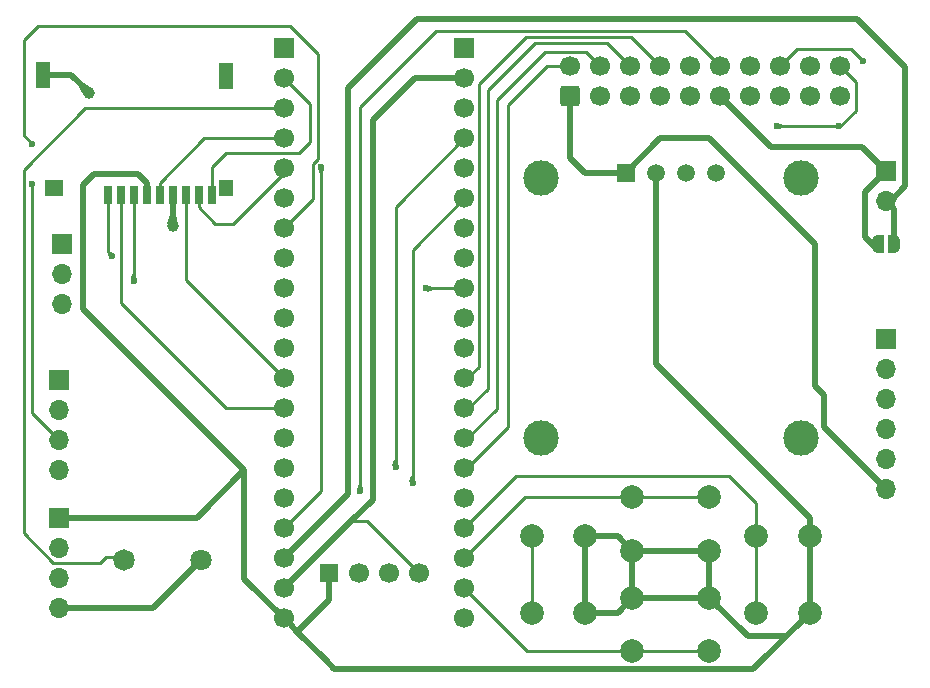
<source format=gbr>
%TF.GenerationSoftware,KiCad,Pcbnew,8.0.5*%
%TF.CreationDate,2024-12-10T05:31:14-08:00*%
%TF.ProjectId,sdiskII_stm32,73646973-6b49-4495-9f73-746d33322e6b,3*%
%TF.SameCoordinates,Original*%
%TF.FileFunction,Copper,L1,Top*%
%TF.FilePolarity,Positive*%
%FSLAX46Y46*%
G04 Gerber Fmt 4.6, Leading zero omitted, Abs format (unit mm)*
G04 Created by KiCad (PCBNEW 8.0.5) date 2024-12-10 05:31:14*
%MOMM*%
%LPD*%
G01*
G04 APERTURE LIST*
G04 Aperture macros list*
%AMRoundRect*
0 Rectangle with rounded corners*
0 $1 Rounding radius*
0 $2 $3 $4 $5 $6 $7 $8 $9 X,Y pos of 4 corners*
0 Add a 4 corners polygon primitive as box body*
4,1,4,$2,$3,$4,$5,$6,$7,$8,$9,$2,$3,0*
0 Add four circle primitives for the rounded corners*
1,1,$1+$1,$2,$3*
1,1,$1+$1,$4,$5*
1,1,$1+$1,$6,$7*
1,1,$1+$1,$8,$9*
0 Add four rect primitives between the rounded corners*
20,1,$1+$1,$2,$3,$4,$5,0*
20,1,$1+$1,$4,$5,$6,$7,0*
20,1,$1+$1,$6,$7,$8,$9,0*
20,1,$1+$1,$8,$9,$2,$3,0*%
%AMFreePoly0*
4,1,19,0.500000,-0.750000,0.000000,-0.750000,0.000000,-0.744911,-0.071157,-0.744911,-0.207708,-0.704816,-0.327430,-0.627875,-0.420627,-0.520320,-0.479746,-0.390866,-0.500000,-0.250000,-0.500000,0.250000,-0.479746,0.390866,-0.420627,0.520320,-0.327430,0.627875,-0.207708,0.704816,-0.071157,0.744911,0.000000,0.744911,0.000000,0.750000,0.500000,0.750000,0.500000,-0.750000,0.500000,-0.750000,
$1*%
%AMFreePoly1*
4,1,19,0.000000,0.744911,0.071157,0.744911,0.207708,0.704816,0.327430,0.627875,0.420627,0.520320,0.479746,0.390866,0.500000,0.250000,0.500000,-0.250000,0.479746,-0.390866,0.420627,-0.520320,0.327430,-0.627875,0.207708,-0.704816,0.071157,-0.744911,0.000000,-0.744911,0.000000,-0.750000,-0.500000,-0.750000,-0.500000,0.750000,0.000000,0.750000,0.000000,0.744911,0.000000,0.744911,
$1*%
G04 Aperture macros list end*
%TA.AperFunction,ComponentPad*%
%ADD10RoundRect,0.250000X0.600000X-0.600000X0.600000X0.600000X-0.600000X0.600000X-0.600000X-0.600000X0*%
%TD*%
%TA.AperFunction,ComponentPad*%
%ADD11C,1.700000*%
%TD*%
%TA.AperFunction,ComponentPad*%
%ADD12R,1.700000X1.700000*%
%TD*%
%TA.AperFunction,ComponentPad*%
%ADD13O,1.700000X1.700000*%
%TD*%
%TA.AperFunction,ComponentPad*%
%ADD14C,2.000000*%
%TD*%
%TA.AperFunction,ComponentPad*%
%ADD15C,1.824000*%
%TD*%
%TA.AperFunction,ComponentPad*%
%ADD16C,1.800000*%
%TD*%
%TA.AperFunction,ComponentPad*%
%ADD17R,1.524000X1.524000*%
%TD*%
%TA.AperFunction,SMDPad,CuDef*%
%ADD18FreePoly0,180.000000*%
%TD*%
%TA.AperFunction,SMDPad,CuDef*%
%ADD19FreePoly1,180.000000*%
%TD*%
%TA.AperFunction,ComponentPad*%
%ADD20R,1.508000X1.508000*%
%TD*%
%TA.AperFunction,ComponentPad*%
%ADD21C,1.508000*%
%TD*%
%TA.AperFunction,ComponentPad*%
%ADD22C,3.000000*%
%TD*%
%TA.AperFunction,SMDPad,CuDef*%
%ADD23R,1.600000X1.400000*%
%TD*%
%TA.AperFunction,SMDPad,CuDef*%
%ADD24R,1.200000X2.200000*%
%TD*%
%TA.AperFunction,SMDPad,CuDef*%
%ADD25R,0.700000X1.600000*%
%TD*%
%TA.AperFunction,SMDPad,CuDef*%
%ADD26R,1.200000X1.400000*%
%TD*%
%TA.AperFunction,ViaPad*%
%ADD27C,0.600000*%
%TD*%
%TA.AperFunction,ViaPad*%
%ADD28C,1.000000*%
%TD*%
%TA.AperFunction,Conductor*%
%ADD29C,0.250000*%
%TD*%
%TA.AperFunction,Conductor*%
%ADD30C,0.500000*%
%TD*%
G04 APERTURE END LIST*
D10*
%TO.P,J2,1,Pin_1*%
%TO.N,GND*%
X178290000Y-92490000D03*
D11*
%TO.P,J2,2,Pin_2*%
%TO.N,STEP0*%
X178290000Y-89950000D03*
%TO.P,J2,3,Pin_3*%
%TO.N,GND*%
X180830000Y-92490000D03*
%TO.P,J2,4,Pin_4*%
%TO.N,STEP1*%
X180830000Y-89950000D03*
%TO.P,J2,5,Pin_5*%
%TO.N,GND*%
X183370000Y-92490000D03*
%TO.P,J2,6,Pin_6*%
%TO.N,STEP2*%
X183370000Y-89950000D03*
%TO.P,J2,7,Pin_7*%
%TO.N,3.5DSK*%
X185910000Y-92490000D03*
%TO.P,J2,8,Pin_8*%
%TO.N,STEP3*%
X185910000Y-89950000D03*
%TO.P,J2,9,Pin_9*%
%TO.N,unconnected-(J2-Pin_9-Pad9)*%
X188450000Y-92490000D03*
%TO.P,J2,10,Pin_10*%
%TO.N,WR_REQ*%
X188450000Y-89950000D03*
%TO.P,J2,11,Pin_11*%
%TO.N,VCC*%
X190990000Y-92490000D03*
%TO.P,J2,12,Pin_12*%
%TO.N,SELECT*%
X190990000Y-89950000D03*
%TO.P,J2,13,Pin_13*%
%TO.N,unconnected-(J2-Pin_13-Pad13)*%
X193530000Y-92490000D03*
%TO.P,J2,14,Pin_14*%
%TO.N,DEVICE_ENABLE*%
X193530000Y-89950000D03*
%TO.P,J2,15,Pin_15*%
%TO.N,unconnected-(J2-Pin_15-Pad15)*%
X196070000Y-92490000D03*
%TO.P,J2,16,Pin_16*%
%TO.N,RD_DATA*%
X196070000Y-89950000D03*
%TO.P,J2,17,Pin_17*%
%TO.N,unconnected-(J2-Pin_17-Pad17)*%
X198610000Y-92490000D03*
%TO.P,J2,18,Pin_18*%
%TO.N,WR_DATA*%
X198610000Y-89950000D03*
%TO.P,J2,19,Pin_19*%
%TO.N,unconnected-(J2-Pin_19-Pad19)*%
X201150000Y-92490000D03*
%TO.P,J2,20,Pin_20*%
%TO.N,WR_PROTECT*%
X201150000Y-89950000D03*
%TD*%
D12*
%TO.P,J3,1,Pin_1*%
%TO.N,RD_DATA*%
X205000000Y-113050000D03*
D13*
%TO.P,J3,2,Pin_2*%
%TO.N,WR_REQ*%
X205000000Y-115590000D03*
%TO.P,J3,3,Pin_3*%
%TO.N,DEVICE_ENABLE*%
X205000000Y-118130000D03*
%TO.P,J3,4,Pin_4*%
%TO.N,WR_PROTECT*%
X205000000Y-120670000D03*
%TO.P,J3,5,Pin_5*%
%TO.N,WR_DATA*%
X205000000Y-123210000D03*
%TO.P,J3,6,Pin_6*%
%TO.N,GND*%
X205000000Y-125750000D03*
%TD*%
D14*
%TO.P,UP1,1,1*%
%TO.N,+3.3V*%
X190040000Y-130950000D03*
X183540000Y-130950000D03*
%TO.P,UP1,2,2*%
%TO.N,BTN_UP*%
X190040000Y-126450000D03*
X183540000Y-126450000D03*
%TD*%
D12*
%TO.P,DEBUG,1,Pin_1*%
%TO.N,TIM2_CH3*%
X135000000Y-116500000D03*
D13*
%TO.P,DEBUG,2,Pin_2*%
%TO.N,TIM3_CH4*%
X135000000Y-119040000D03*
%TO.P,DEBUG,3,Pin_3*%
%TO.N,DEBUG*%
X135000000Y-121580000D03*
%TO.P,DEBUG,4,Pin_4*%
%TO.N,GND*%
X135000000Y-124120000D03*
%TD*%
D15*
%TO.P,BZ1,1,+*%
%TO.N,TIM1_CH2N*%
X140500000Y-131750000D03*
D16*
%TO.P,BZ1,2,-*%
%TO.N,GND*%
X147000000Y-131750000D03*
%TD*%
D12*
%TO.P,J4,1,Pin_1*%
%TO.N,USART1_TX*%
X135240000Y-104975000D03*
D13*
%TO.P,J4,2,Pin_2*%
%TO.N,USART1_RX*%
X135240000Y-107515000D03*
%TO.P,J4,3,Pin_3*%
%TO.N,GND*%
X135240000Y-110055000D03*
%TD*%
D12*
%TO.P,\u03BCC1,1,B12*%
%TO.N,BTN_RET*%
X154050000Y-88440000D03*
D11*
%TO.P,\u03BCC1,2,B13*%
%TO.N,SD_EJECT*%
X154050000Y-90980000D03*
%TO.P,\u03BCC1,3,B14*%
%TO.N,TIM1_CH2N*%
X154050000Y-93520000D03*
%TO.P,\u03BCC1,4,B15*%
%TO.N,SDIO_CK*%
X154050000Y-96060000D03*
%TO.P,\u03BCC1,5,A8*%
%TO.N,SDIO_D1*%
X154050000Y-98600000D03*
%TO.P,\u03BCC1,6,A9*%
%TO.N,SDIO_D2*%
X154050000Y-101140000D03*
%TO.P,\u03BCC1,7,A10*%
%TO.N,DEBUG*%
X154050000Y-103680000D03*
%TO.P,\u03BCC1,8,A11*%
%TO.N,3.5DSK*%
X154050000Y-106220000D03*
%TO.P,\u03BCC1,9,A12*%
%TO.N,unconnected-(\u03BCC1-A12-Pad9)*%
X154050000Y-108760000D03*
%TO.P,\u03BCC1,10,A15*%
%TO.N,USART1_TX*%
X154050000Y-111300000D03*
%TO.P,\u03BCC1,11,B3*%
%TO.N,USART1_RX*%
X154050000Y-113840000D03*
%TO.P,\u03BCC1,12,B4*%
%TO.N,SDIO_DO*%
X154050000Y-116380000D03*
%TO.P,\u03BCC1,13,B5*%
%TO.N,SDIO_D3*%
X154050000Y-118920000D03*
%TO.P,\u03BCC1,14,B6*%
%TO.N,I2C_SCL*%
X154050000Y-121460000D03*
%TO.P,\u03BCC1,15,B7*%
%TO.N,I2C_SDA*%
X154050000Y-124000000D03*
%TO.P,\u03BCC1,16,B8*%
%TO.N,SELECT*%
X154050000Y-126540000D03*
%TO.P,\u03BCC1,17,B9*%
%TO.N,WR_REQ*%
X154050000Y-129080000D03*
%TO.P,\u03BCC1,18,5Vi*%
%TO.N,PWR_IN*%
X154050000Y-131620000D03*
%TO.P,\u03BCC1,19,GNDi*%
%TO.N,GND*%
X154050000Y-134160000D03*
%TO.P,\u03BCC1,20,3.3i*%
%TO.N,+3.3V*%
X154050000Y-136700000D03*
%TO.P,\u03BCC1,21,VB*%
%TO.N,unconnected-(\u03BCC1-VB-Pad21)*%
X169290000Y-136700000D03*
%TO.P,\u03BCC1,22,C13*%
%TO.N,BTN_DOWN*%
X169290000Y-134160000D03*
%TO.P,\u03BCC1,23,C14*%
%TO.N,BTN_UP*%
X169290000Y-131620000D03*
%TO.P,\u03BCC1,24,C15*%
%TO.N,BTN_ENTR*%
X169290000Y-129080000D03*
%TO.P,\u03BCC1,25,R*%
%TO.N,unconnected-(\u03BCC1-R-Pad25)*%
X169290000Y-126540000D03*
%TO.P,\u03BCC1,26,A0*%
%TO.N,STEP0*%
X169290000Y-124000000D03*
%TO.P,\u03BCC1,27,A1*%
%TO.N,STEP1*%
X169290000Y-121460000D03*
%TO.P,\u03BCC1,28,A2*%
%TO.N,STEP2*%
X169290000Y-118920000D03*
%TO.P,\u03BCC1,29,A3*%
%TO.N,STEP3*%
X169290000Y-116380000D03*
%TO.P,\u03BCC1,30,A4*%
%TO.N,DEVICE_ENABLE*%
X169290000Y-113840000D03*
%TO.P,\u03BCC1,31,A5*%
%TO.N,WR_DATA*%
X169290000Y-111300000D03*
%TO.P,\u03BCC1,32,A6*%
%TO.N,SDIO_CMD*%
X169290000Y-108760000D03*
%TO.P,\u03BCC1,33,A7*%
%TO.N,WR_DATA*%
X169290000Y-106220000D03*
%TO.P,\u03BCC1,34,B0*%
%TO.N,RD_DATA*%
X169290000Y-103680000D03*
%TO.P,\u03BCC1,35,B1*%
%TO.N,TIM3_CH4*%
X169290000Y-101140000D03*
%TO.P,\u03BCC1,36,B2*%
%TO.N,WR_PROTECT*%
X169290000Y-98600000D03*
%TO.P,\u03BCC1,37,B10*%
%TO.N,TIM2_CH3*%
X169290000Y-96060000D03*
%TO.P,\u03BCC1,38,3.3ii*%
%TO.N,unconnected-(\u03BCC1-3.3ii-Pad38)*%
X169290000Y-93520000D03*
%TO.P,\u03BCC1,39,GNDii*%
%TO.N,GND*%
X169290000Y-90980000D03*
D12*
%TO.P,\u03BCC1,40,5Vii*%
%TO.N,unconnected-(\u03BCC1-5Vii-Pad40)*%
X169290000Y-88440000D03*
D17*
%TO.P,\u03BCC1,41,3.3V*%
%TO.N,+3.3V*%
X157860000Y-132890000D03*
D11*
%TO.P,\u03BCC1,42,SDIO*%
%TO.N,SDIO*%
X160400000Y-132890000D03*
%TO.P,\u03BCC1,43,SCK*%
%TO.N,SCK*%
X162940000Y-132890000D03*
%TO.P,\u03BCC1,44,GND*%
%TO.N,GND*%
X165480000Y-132890000D03*
%TD*%
D18*
%TO.P,JP1,1,A*%
%TO.N,PWR_IN*%
X205650000Y-105000000D03*
D19*
%TO.P,JP1,2,B*%
%TO.N,VCC*%
X204350000Y-105000000D03*
%TD*%
D12*
%TO.P,J1,1,Pin_1*%
%TO.N,VCC*%
X205000000Y-98810000D03*
D13*
%TO.P,J1,2,Pin_2*%
%TO.N,PWR_IN*%
X205000000Y-101350000D03*
%TD*%
D14*
%TO.P,ENTR1,1,1*%
%TO.N,+3.3V*%
X198540000Y-129700000D03*
X198540000Y-136200000D03*
%TO.P,ENTR1,2,2*%
%TO.N,BTN_ENTR*%
X194040000Y-129700000D03*
X194040000Y-136200000D03*
%TD*%
D12*
%TO.P,J6,1,Pin_1*%
%TO.N,+3.3V*%
X135000000Y-128180000D03*
D13*
%TO.P,J6,2,Pin_2*%
%TO.N,SDIO*%
X135000000Y-130720000D03*
%TO.P,J6,3,Pin_3*%
%TO.N,SCK*%
X135000000Y-133260000D03*
%TO.P,J6,4,Pin_4*%
%TO.N,GND*%
X135000000Y-135800000D03*
%TD*%
D20*
%TO.P,U8,1,GND*%
%TO.N,GND*%
X182980000Y-98950000D03*
D21*
%TO.P,U8,2,VCC_IN*%
%TO.N,+3.3V*%
X185520000Y-98950000D03*
%TO.P,U8,3,SCL*%
%TO.N,I2C_SCL*%
X188060000Y-98950000D03*
%TO.P,U8,4,SDA*%
%TO.N,I2C_SDA*%
X190600000Y-98950000D03*
D22*
%TO.P,U8,S1*%
%TO.N,N/C*%
X175790000Y-99450000D03*
%TO.P,U8,S2*%
X197790000Y-99450000D03*
%TO.P,U8,S3*%
X197790000Y-121450000D03*
%TO.P,U8,S4*%
X175790000Y-121450000D03*
%TD*%
D23*
%TO.P,U2,*%
%TO.N,*%
X134540000Y-100250000D03*
D24*
X149140000Y-90750000D03*
D25*
%TO.P,U2,1,D2*%
%TO.N,SDIO_D2*%
X139140000Y-100850000D03*
%TO.P,U2,2,D3*%
%TO.N,SDIO_D3*%
X140240000Y-100850000D03*
%TO.P,U2,3,CMD*%
%TO.N,SDIO_CMD*%
X141340000Y-100850000D03*
%TO.P,U2,4,VDD*%
%TO.N,+3.3V*%
X142440000Y-100850000D03*
%TO.P,U2,5,SCLK*%
%TO.N,SDIO_CK*%
X143540000Y-100850000D03*
%TO.P,U2,6,GND*%
%TO.N,GND*%
X144640000Y-100850000D03*
%TO.P,U2,7,DO*%
%TO.N,SDIO_DO*%
X145740000Y-100850000D03*
%TO.P,U2,8,D1*%
%TO.N,SDIO_D1*%
X146840000Y-100850000D03*
%TO.P,U2,9,CD*%
%TO.N,SD_EJECT*%
X147940000Y-100850000D03*
D26*
%TO.P,U2,10,GND*%
%TO.N,GND*%
X149140000Y-100250000D03*
D24*
%TO.P,U2,~*%
%TO.N,N/C*%
X133640000Y-90650000D03*
%TD*%
D14*
%TO.P,RET1,1,1*%
%TO.N,+3.3V*%
X179540000Y-129700000D03*
X179540000Y-136200000D03*
%TO.P,RET1,2,2*%
%TO.N,BTN_RET*%
X175040000Y-129700000D03*
X175040000Y-136200000D03*
%TD*%
%TO.P,DOWN1,1,1*%
%TO.N,+3.3V*%
X183540000Y-134950000D03*
X190040000Y-134950000D03*
%TO.P,DOWN1,2,2*%
%TO.N,BTN_DOWN*%
X183540000Y-139450000D03*
X190040000Y-139450000D03*
%TD*%
D27*
%TO.N,SELECT*%
X160500000Y-125925000D03*
D28*
%TO.N,GND*%
X144640000Y-103500000D03*
X137540000Y-92250000D03*
D27*
%TO.N,WR_REQ*%
X157190000Y-98500000D03*
%TO.N,WR_PROTECT*%
X201000000Y-95025000D03*
X195750000Y-95025000D03*
%TO.N,RD_DATA*%
X203050000Y-89500000D03*
%TO.N,SDIO_CMD*%
X141340000Y-108100000D03*
X166040000Y-108760000D03*
%TO.N,SDIO_D2*%
X139490000Y-106050000D03*
%TO.N,DEBUG*%
X132750000Y-99900000D03*
X132750000Y-96500000D03*
%TO.N,TIM3_CH4*%
X164940000Y-125250000D03*
%TO.N,TIM2_CH3*%
X163490000Y-123900000D03*
%TD*%
D29*
%TO.N,DEBUG*%
X132750000Y-99900000D02*
X132750000Y-119330000D01*
X132750000Y-119330000D02*
X135000000Y-121580000D01*
%TO.N,SELECT*%
X160500000Y-125925000D02*
X160500000Y-93400000D01*
X166950000Y-86950000D02*
X187990000Y-86950000D01*
X187990000Y-86950000D02*
X190990000Y-89950000D01*
X160500000Y-93400000D02*
X166950000Y-86950000D01*
X160500000Y-125925000D02*
X160375000Y-125800000D01*
D30*
%TO.N,GND*%
X179550000Y-98950000D02*
X178300000Y-97700000D01*
X178290000Y-97090000D02*
X178290000Y-92490000D01*
X182980000Y-98950000D02*
X179550000Y-98950000D01*
X178300000Y-97700000D02*
X178300000Y-97100000D01*
X178300000Y-97100000D02*
X178290000Y-97090000D01*
D29*
X161075000Y-128485000D02*
X159725000Y-128485000D01*
D30*
X161540000Y-94526341D02*
X161540000Y-126670000D01*
X190020000Y-96020000D02*
X185910000Y-96020000D01*
D29*
X137540000Y-92250000D02*
X137540000Y-92150000D01*
D30*
X165116341Y-90950000D02*
X161540000Y-94526341D01*
X159725000Y-128485000D02*
X154050000Y-134160000D01*
X137540000Y-92150000D02*
X136040000Y-90650000D01*
X144640000Y-103500000D02*
X144640000Y-100850000D01*
X199750000Y-117750000D02*
X199000000Y-117000000D01*
X205000000Y-125750000D02*
X199750000Y-120500000D01*
X199750000Y-120500000D02*
X199750000Y-117750000D01*
D29*
X165480000Y-132890000D02*
X161075000Y-128485000D01*
D30*
X168659000Y-90980000D02*
X168659000Y-90950000D01*
X165116341Y-90950000D02*
X165146341Y-90980000D01*
X199000000Y-117000000D02*
X199000000Y-105000000D01*
X136040000Y-90650000D02*
X133640000Y-90650000D01*
X185910000Y-96020000D02*
X182980000Y-98950000D01*
X135240000Y-135800000D02*
X142950000Y-135800000D01*
X161540000Y-126670000D02*
X159725000Y-128485000D01*
X142950000Y-135800000D02*
X147000000Y-131750000D01*
X165146341Y-90980000D02*
X169290000Y-90980000D01*
X199000000Y-105000000D02*
X190020000Y-96020000D01*
%TO.N,VCC*%
X202940000Y-96750000D02*
X205000000Y-98810000D01*
X205000000Y-98650000D02*
X204840000Y-98810000D01*
X205000000Y-98810000D02*
X203250000Y-100560000D01*
X203250000Y-100560000D02*
X203250000Y-104400000D01*
X203250000Y-104400000D02*
X204350000Y-105500000D01*
X195250000Y-96750000D02*
X202940000Y-96750000D01*
X190990000Y-92490000D02*
X195250000Y-96750000D01*
D29*
%TO.N,STEP2*%
X175290000Y-87950000D02*
X175040000Y-88200000D01*
X171290000Y-117250000D02*
X169620000Y-118920000D01*
X181370000Y-87950000D02*
X175290000Y-87950000D01*
X175040000Y-88200000D02*
X171290000Y-91950000D01*
X171290000Y-91950000D02*
X171290000Y-117250000D01*
X183370000Y-89950000D02*
X181370000Y-87950000D01*
%TO.N,WR_REQ*%
X157190000Y-125940000D02*
X154050000Y-129080000D01*
X157190000Y-98500000D02*
X157190000Y-125940000D01*
X204895000Y-115490000D02*
X204895000Y-115395000D01*
%TO.N,STEP3*%
X170540000Y-91450000D02*
X170540000Y-115415000D01*
X183410000Y-87450000D02*
X174540000Y-87450000D01*
X170540000Y-115415000D02*
X169575000Y-116380000D01*
X174540000Y-87450000D02*
X170540000Y-91450000D01*
X185910000Y-89950000D02*
X183410000Y-87450000D01*
%TO.N,STEP0*%
X173040000Y-93200000D02*
X173040000Y-120500000D01*
X176290000Y-89950000D02*
X173040000Y-93200000D01*
X173040000Y-120500000D02*
X169540000Y-124000000D01*
X178290000Y-89950000D02*
X176290000Y-89950000D01*
%TO.N,STEP1*%
X176165000Y-88700000D02*
X175865000Y-89000000D01*
X175865000Y-89000000D02*
X172040000Y-92825000D01*
X172040000Y-92825000D02*
X172040000Y-119000000D01*
X179580000Y-88700000D02*
X176165000Y-88700000D01*
X180830000Y-89950000D02*
X179580000Y-88700000D01*
X172040000Y-119000000D02*
X169580000Y-121460000D01*
%TO.N,WR_PROTECT*%
X202440000Y-93700000D02*
X202440000Y-91240000D01*
X202440000Y-91240000D02*
X201150000Y-89950000D01*
X201115000Y-95025000D02*
X202440000Y-93700000D01*
X195750000Y-95025000D02*
X201000000Y-95025000D01*
X201000000Y-95025000D02*
X201115000Y-95025000D01*
%TO.N,BTN_DOWN*%
X183540000Y-139450000D02*
X190040000Y-139450000D01*
X174580000Y-139450000D02*
X169290000Y-134160000D01*
X183540000Y-139450000D02*
X174580000Y-139450000D01*
%TO.N,BTN_ENTR*%
X191740213Y-124650213D02*
X173719787Y-124650213D01*
X173719787Y-124650213D02*
X169290000Y-129080000D01*
X194040000Y-126950000D02*
X191740213Y-124650213D01*
X194040000Y-129700000D02*
X194040000Y-136200000D01*
X194040000Y-129700000D02*
X194040000Y-126950000D01*
%TO.N,BTN_RET*%
X175040000Y-136200000D02*
X175040000Y-129700000D01*
%TO.N,BTN_UP*%
X190040000Y-126450000D02*
X183540000Y-126450000D01*
X183540000Y-126450000D02*
X174460000Y-126450000D01*
X174460000Y-126450000D02*
X169290000Y-131620000D01*
D30*
%TO.N,+3.3V*%
X190040000Y-134950000D02*
X190040000Y-130950000D01*
X142440000Y-100850000D02*
X142440000Y-99800000D01*
X183540000Y-130950000D02*
X182290000Y-129700000D01*
X185520000Y-115180000D02*
X198540000Y-128200000D01*
X190040000Y-130950000D02*
X183540000Y-130950000D01*
X157860000Y-132890000D02*
X157860000Y-135130000D01*
X137040000Y-100000000D02*
X137040000Y-110500000D01*
X137990000Y-99050000D02*
X137040000Y-100000000D01*
X155170000Y-137820000D02*
X154602250Y-137252250D01*
X185520000Y-98950000D02*
X185520000Y-115180000D01*
X141690000Y-99050000D02*
X137990000Y-99050000D01*
X198540000Y-136200000D02*
X193790000Y-140950000D01*
X157860000Y-135130000D02*
X155170000Y-137820000D01*
X183540000Y-134950000D02*
X190040000Y-134950000D01*
X179540000Y-136200000D02*
X179540000Y-129700000D01*
X157590000Y-140240000D02*
X155170000Y-137820000D01*
X135190000Y-128180000D02*
X146660000Y-128180000D01*
X196540000Y-138200000D02*
X193290000Y-138200000D01*
X198540000Y-129700000D02*
X198540000Y-136200000D01*
X182290000Y-136200000D02*
X183540000Y-134950000D01*
X179540000Y-136200000D02*
X182290000Y-136200000D01*
X158300000Y-140950000D02*
X157590000Y-140240000D01*
X146660000Y-128180000D02*
X150690000Y-124150000D01*
X150690000Y-133340000D02*
X154050000Y-136700000D01*
X137040000Y-110500000D02*
X150690000Y-124150000D01*
X182290000Y-129700000D02*
X179540000Y-129700000D01*
X150690000Y-124150000D02*
X150690000Y-133340000D01*
X193790000Y-140950000D02*
X158300000Y-140950000D01*
X142440000Y-99800000D02*
X141690000Y-99050000D01*
X193290000Y-138200000D02*
X190040000Y-134950000D01*
X198540000Y-128200000D02*
X198540000Y-129700000D01*
X183540000Y-134950000D02*
X183540000Y-130950000D01*
D29*
%TO.N,RD_DATA*%
X202050000Y-88500000D02*
X197520000Y-88500000D01*
X203050000Y-89500000D02*
X202050000Y-88500000D01*
X197520000Y-88500000D02*
X196070000Y-89950000D01*
%TO.N,SDIO_DO*%
X145740000Y-100850000D02*
X145740000Y-108070000D01*
X145740000Y-108070000D02*
X154050000Y-116380000D01*
%TO.N,SD_EJECT*%
X156240000Y-93170000D02*
X154050000Y-90980000D01*
X147940000Y-100850000D02*
X147940000Y-98500000D01*
X147940000Y-98500000D02*
X149155000Y-97285000D01*
X156240000Y-96350000D02*
X156240000Y-93170000D01*
X149155000Y-97285000D02*
X155305000Y-97285000D01*
X155305000Y-97285000D02*
X156240000Y-96350000D01*
X147940000Y-100850000D02*
X147940000Y-101300000D01*
%TO.N,SDIO_CK*%
X143540000Y-100850000D02*
X143540000Y-99800000D01*
X143540000Y-99800000D02*
X147280000Y-96060000D01*
X147280000Y-96060000D02*
X154050000Y-96060000D01*
%TO.N,SDIO_D1*%
X146840000Y-100850000D02*
X146840000Y-101900000D01*
X154050000Y-98990000D02*
X154050000Y-98600000D01*
X146840000Y-101900000D02*
X148240000Y-103300000D01*
X149740000Y-103300000D02*
X154050000Y-98990000D01*
X148240000Y-103300000D02*
X149740000Y-103300000D01*
D30*
%TO.N,PWR_IN*%
X205000000Y-101350000D02*
X205650000Y-102000000D01*
X205650000Y-102000000D02*
X205650000Y-105500000D01*
X165290000Y-85950000D02*
X202540000Y-85950000D01*
X154050000Y-131620000D02*
X154050000Y-131590000D01*
X159450000Y-126190000D02*
X159450000Y-91790000D01*
X206640000Y-100110000D02*
X205400000Y-101350000D01*
X159450000Y-91790000D02*
X165290000Y-85950000D01*
X154050000Y-131590000D02*
X159450000Y-126190000D01*
X205400000Y-101350000D02*
X204840000Y-101350000D01*
X206640000Y-90050000D02*
X206640000Y-100110000D01*
X202540000Y-85950000D02*
X206640000Y-90050000D01*
D29*
%TO.N,SDIO_CMD*%
X169290000Y-108760000D02*
X166040000Y-108760000D01*
X141340000Y-108100000D02*
X141340000Y-100850000D01*
%TO.N,SDIO_D2*%
X139140000Y-105700000D02*
X139140000Y-100850000D01*
X139490000Y-106050000D02*
X139140000Y-105700000D01*
%TO.N,SDIO_D3*%
X140240000Y-100850000D02*
X140240000Y-110000000D01*
X140240000Y-110000000D02*
X149160000Y-118920000D01*
X149160000Y-118920000D02*
X154050000Y-118920000D01*
%TO.N,DEBUG*%
X133250000Y-86500000D02*
X132000000Y-87750000D01*
X154050000Y-103680000D02*
X156515000Y-101215000D01*
X156910405Y-97825000D02*
X156910405Y-88884288D01*
X156910405Y-88884288D02*
X154526117Y-86500000D01*
X132000000Y-87750000D02*
X132000000Y-95750000D01*
X156515000Y-101215000D02*
X156515000Y-98220405D01*
X154526117Y-86500000D02*
X133250000Y-86500000D01*
X156515000Y-98220405D02*
X156910405Y-97825000D01*
X132000000Y-95750000D02*
X132750000Y-96500000D01*
%TO.N,TIM3_CH4*%
X164940000Y-105490000D02*
X164940000Y-125250000D01*
X169290000Y-101140000D02*
X164940000Y-105490000D01*
%TO.N,TIM1_CH2N*%
X132000000Y-129500000D02*
X134500000Y-132000000D01*
X139000000Y-131500000D02*
X140500000Y-131500000D01*
X154050000Y-93520000D02*
X137230000Y-93520000D01*
X138500000Y-132000000D02*
X139000000Y-131500000D01*
X137230000Y-93520000D02*
X132000000Y-98750000D01*
X134500000Y-132000000D02*
X138500000Y-132000000D01*
X132000000Y-98750000D02*
X132000000Y-129500000D01*
%TO.N,TIM2_CH3*%
X163490000Y-101860000D02*
X163490000Y-123900000D01*
X169290000Y-96060000D02*
X163490000Y-101860000D01*
%TD*%
%TA.AperFunction,Conductor*%
%TO.N,SELECT*%
G36*
X160624680Y-125328427D02*
G01*
X160627571Y-125333199D01*
X160773970Y-125800012D01*
X160773176Y-125808931D01*
X160767317Y-125814309D01*
X160504511Y-125924115D01*
X160495556Y-125924142D01*
X160495489Y-125924115D01*
X160232682Y-125814309D01*
X160226370Y-125807957D01*
X160226029Y-125800013D01*
X160372429Y-125333199D01*
X160378175Y-125326330D01*
X160383593Y-125325000D01*
X160616407Y-125325000D01*
X160624680Y-125328427D01*
G37*
%TD.AperFunction*%
%TD*%
%TA.AperFunction,Conductor*%
%TO.N,GND*%
G36*
X137077643Y-91331619D02*
G01*
X137882048Y-91888482D01*
X137886900Y-91896009D01*
X137885009Y-91904761D01*
X137883679Y-91906359D01*
X137542365Y-92249042D01*
X137538532Y-92251603D01*
X137088320Y-92437114D01*
X137079366Y-92437097D01*
X137073296Y-92431318D01*
X136719604Y-91687071D01*
X136719149Y-91678130D01*
X136721897Y-91673780D01*
X137062712Y-91332965D01*
X137070984Y-91329539D01*
X137077643Y-91331619D01*
G37*
%TD.AperFunction*%
%TD*%
%TA.AperFunction,Conductor*%
%TO.N,GND*%
G36*
X144889244Y-102503427D02*
G01*
X144892289Y-102508734D01*
X145099357Y-103298806D01*
X145098139Y-103307677D01*
X145092536Y-103312573D01*
X144644497Y-103499127D01*
X144635543Y-103499144D01*
X144635503Y-103499127D01*
X144187463Y-103312573D01*
X144181142Y-103306229D01*
X144180642Y-103298806D01*
X144387711Y-102508734D01*
X144393124Y-102501600D01*
X144399029Y-102500000D01*
X144880971Y-102500000D01*
X144889244Y-102503427D01*
G37*
%TD.AperFunction*%
%TD*%
%TA.AperFunction,Conductor*%
%TO.N,WR_REQ*%
G36*
X157457318Y-98610691D02*
G01*
X157463629Y-98617042D01*
X157463970Y-98624987D01*
X157317571Y-99091801D01*
X157311825Y-99098670D01*
X157306407Y-99100000D01*
X157073593Y-99100000D01*
X157065320Y-99096573D01*
X157062429Y-99091801D01*
X156916029Y-98624987D01*
X156916823Y-98616068D01*
X156922679Y-98610692D01*
X157185490Y-98500883D01*
X157194444Y-98500857D01*
X157457318Y-98610691D01*
G37*
%TD.AperFunction*%
%TD*%
%TA.AperFunction,Conductor*%
%TO.N,WR_PROTECT*%
G36*
X196341802Y-94897429D02*
G01*
X196348670Y-94903174D01*
X196350000Y-94908592D01*
X196350000Y-95141407D01*
X196346573Y-95149680D01*
X196341801Y-95152571D01*
X195874987Y-95298970D01*
X195866068Y-95298176D01*
X195860691Y-95292318D01*
X195750883Y-95029509D01*
X195750857Y-95020556D01*
X195750862Y-95020542D01*
X195860691Y-94757680D01*
X195867042Y-94751370D01*
X195874986Y-94751029D01*
X196341802Y-94897429D01*
G37*
%TD.AperFunction*%
%TD*%
%TA.AperFunction,Conductor*%
%TO.N,SDIO_CMD*%
G36*
X166631802Y-108632429D02*
G01*
X166638670Y-108638174D01*
X166640000Y-108643592D01*
X166640000Y-108876407D01*
X166636573Y-108884680D01*
X166631801Y-108887571D01*
X166164987Y-109033970D01*
X166156068Y-109033176D01*
X166150691Y-109027318D01*
X166040883Y-108764509D01*
X166040857Y-108755556D01*
X166040862Y-108755542D01*
X166150691Y-108492680D01*
X166157042Y-108486370D01*
X166164986Y-108486029D01*
X166631802Y-108632429D01*
G37*
%TD.AperFunction*%
%TD*%
%TA.AperFunction,Conductor*%
%TO.N,SDIO_CMD*%
G36*
X141464680Y-107503427D02*
G01*
X141467571Y-107508199D01*
X141613970Y-107975012D01*
X141613176Y-107983931D01*
X141607317Y-107989309D01*
X141344511Y-108099115D01*
X141335556Y-108099142D01*
X141335489Y-108099115D01*
X141072682Y-107989309D01*
X141066370Y-107982957D01*
X141066029Y-107975013D01*
X141212429Y-107508199D01*
X141218175Y-107501330D01*
X141223593Y-107500000D01*
X141456407Y-107500000D01*
X141464680Y-107503427D01*
G37*
%TD.AperFunction*%
%TD*%
%TA.AperFunction,Conductor*%
%TO.N,SDIO_D2*%
G36*
X139267548Y-105596307D02*
G01*
X139595341Y-105767882D01*
X139601080Y-105774754D01*
X139600729Y-105782711D01*
X139491860Y-106046493D01*
X139485536Y-106052833D01*
X139485489Y-106052852D01*
X139224276Y-106160107D01*
X139215321Y-106160080D01*
X139209009Y-106153728D01*
X139208785Y-106153136D01*
X139020394Y-105610510D01*
X139020918Y-105601572D01*
X139027610Y-105595621D01*
X139031447Y-105594974D01*
X139262123Y-105594974D01*
X139267548Y-105596307D01*
G37*
%TD.AperFunction*%
%TD*%
%TA.AperFunction,Conductor*%
%TO.N,TIM3_CH4*%
G36*
X165064680Y-124653427D02*
G01*
X165067571Y-124658199D01*
X165213970Y-125125012D01*
X165213176Y-125133931D01*
X165207317Y-125139309D01*
X164944511Y-125249115D01*
X164935556Y-125249142D01*
X164935489Y-125249115D01*
X164672682Y-125139309D01*
X164666370Y-125132957D01*
X164666029Y-125125013D01*
X164812429Y-124658199D01*
X164818175Y-124651330D01*
X164823593Y-124650000D01*
X165056407Y-124650000D01*
X165064680Y-124653427D01*
G37*
%TD.AperFunction*%
%TD*%
%TA.AperFunction,Conductor*%
%TO.N,TIM2_CH3*%
G36*
X163614680Y-123303427D02*
G01*
X163617571Y-123308199D01*
X163763970Y-123775012D01*
X163763176Y-123783931D01*
X163757317Y-123789309D01*
X163494511Y-123899115D01*
X163485556Y-123899142D01*
X163485489Y-123899115D01*
X163222682Y-123789309D01*
X163216370Y-123782957D01*
X163216029Y-123775013D01*
X163362429Y-123308199D01*
X163368175Y-123301330D01*
X163373593Y-123300000D01*
X163606407Y-123300000D01*
X163614680Y-123303427D01*
G37*
%TD.AperFunction*%
%TD*%
M02*

</source>
